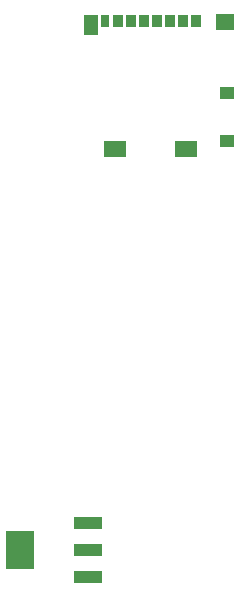
<source format=gbp>
G04 Layer_Color=16770453*
%FSLAX25Y25*%
%MOIN*%
G70*
G01*
G75*
%ADD32R,0.09449X0.12992*%
%ADD33R,0.09449X0.03937*%
%ADD34R,0.07480X0.05315*%
%ADD35R,0.04724X0.03937*%
%ADD36R,0.04606X0.07087*%
%ADD37R,0.06102X0.05315*%
%ADD38R,0.03347X0.04331*%
%ADD39R,0.02953X0.04331*%
D32*
X149083Y118000D02*
D03*
D33*
X171917Y108945D02*
D03*
Y118000D02*
D03*
Y127055D02*
D03*
D34*
X180844Y251691D02*
D03*
X204348D02*
D03*
D35*
X218128Y254348D02*
D03*
Y270096D02*
D03*
D36*
X172872Y292931D02*
D03*
D37*
X217439Y293817D02*
D03*
D38*
X207754Y294309D02*
D03*
X181770D02*
D03*
X186100D02*
D03*
X190431D02*
D03*
X194762D02*
D03*
X199092D02*
D03*
X203423D02*
D03*
D39*
X177439D02*
D03*
M02*

</source>
